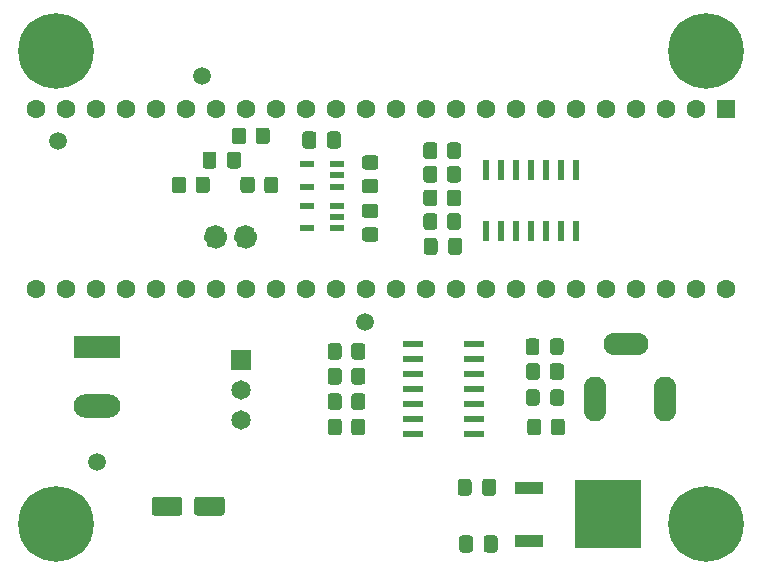
<source format=gbr>
%TF.GenerationSoftware,KiCad,Pcbnew,(5.1.8-0-10_14)*%
%TF.CreationDate,2021-03-11T12:17:02+11:00*%
%TF.ProjectId,Open-JIP(KiCad)_T3.6,4f70656e-2d4a-4495-9028-4b6943616429,rev?*%
%TF.SameCoordinates,Original*%
%TF.FileFunction,Soldermask,Top*%
%TF.FilePolarity,Negative*%
%FSLAX46Y46*%
G04 Gerber Fmt 4.6, Leading zero omitted, Abs format (unit mm)*
G04 Created by KiCad (PCBNEW (5.1.8-0-10_14)) date 2021-03-11 12:17:02*
%MOMM*%
%LPD*%
G01*
G04 APERTURE LIST*
%ADD10C,1.000000*%
%ADD11C,1.600000*%
%ADD12R,1.600000X1.600000*%
%ADD13C,6.400000*%
%ADD14C,0.800000*%
%ADD15R,1.210000X0.590000*%
%ADD16R,5.570000X5.860000*%
%ADD17R,2.400000X0.980000*%
%ADD18R,0.533400X1.701800*%
%ADD19R,1.701800X0.533400*%
%ADD20C,1.500000*%
%ADD21O,3.960000X1.980000*%
%ADD22R,3.960000X1.980000*%
%ADD23O,1.900000X3.800000*%
%ADD24O,3.800000X1.900000*%
%ADD25C,1.651000*%
%ADD26R,1.651000X1.651000*%
G04 APERTURE END LIST*
D10*
%TO.C,D2*%
X132550000Y-87700000D02*
G75*
G03*
X132550000Y-87700000I-500000J0D01*
G01*
X130010000Y-87700000D02*
G75*
G03*
X130010000Y-87700000I-500000J0D01*
G01*
%TD*%
D11*
%TO.C,U6*%
X172710000Y-92120000D03*
X170170000Y-92120000D03*
X167630000Y-92120000D03*
X165090000Y-92120000D03*
X162550000Y-92120000D03*
X160010000Y-92120000D03*
X157470000Y-92120000D03*
X154930000Y-92120000D03*
X152390000Y-92120000D03*
X149850000Y-92120000D03*
X147310000Y-92120000D03*
X144770000Y-92120000D03*
X142230000Y-92120000D03*
X139690000Y-92120000D03*
X137150000Y-92120000D03*
X134610000Y-92120000D03*
D12*
X172710000Y-76880000D03*
D11*
X170170000Y-76880000D03*
X167630000Y-76880000D03*
X165090000Y-76880000D03*
X162550000Y-76880000D03*
X160010000Y-76880000D03*
X157470000Y-76880000D03*
X154930000Y-76880000D03*
X152390000Y-76880000D03*
X149850000Y-76880000D03*
X147310000Y-76880000D03*
X144770000Y-76880000D03*
X142230000Y-76880000D03*
X132070000Y-92120000D03*
X129530000Y-92120000D03*
X126990000Y-92120000D03*
X124450000Y-92120000D03*
X121910000Y-92120000D03*
X119370000Y-92120000D03*
X116830000Y-92120000D03*
X114290000Y-92120000D03*
X114290000Y-76880000D03*
X116830000Y-76880000D03*
X119370000Y-76880000D03*
X121910000Y-76880000D03*
X139690000Y-76880000D03*
X137150000Y-76880000D03*
X134610000Y-76880000D03*
X124450000Y-76880000D03*
X126990000Y-76880000D03*
X129530000Y-76880000D03*
X132070000Y-76880000D03*
%TD*%
D13*
%TO.C,REF\u002A\u002A*%
X171000000Y-112000000D03*
D14*
X173400000Y-112000000D03*
X172697056Y-113697056D03*
X171000000Y-114400000D03*
X169302944Y-113697056D03*
X168600000Y-112000000D03*
X169302944Y-110302944D03*
X171000000Y-109600000D03*
X172697056Y-110302944D03*
%TD*%
D13*
%TO.C,REF\u002A\u002A*%
X116000000Y-112000000D03*
D14*
X118400000Y-112000000D03*
X117697056Y-113697056D03*
X116000000Y-114400000D03*
X114302944Y-113697056D03*
X113600000Y-112000000D03*
X114302944Y-110302944D03*
X116000000Y-109600000D03*
X117697056Y-110302944D03*
%TD*%
D13*
%TO.C,REF\u002A\u002A*%
X171000000Y-72000000D03*
D14*
X173400000Y-72000000D03*
X172697056Y-73697056D03*
X171000000Y-74400000D03*
X169302944Y-73697056D03*
X168600000Y-72000000D03*
X169302944Y-70302944D03*
X171000000Y-69600000D03*
X172697056Y-70302944D03*
%TD*%
D13*
%TO.C,REF\u002A\u002A*%
X116000000Y-72000000D03*
D14*
X118400000Y-72000000D03*
X117697056Y-73697056D03*
X116000000Y-74400000D03*
X114302944Y-73697056D03*
X113600000Y-72000000D03*
X114302944Y-70302944D03*
X116000000Y-69600000D03*
X117697056Y-70302944D03*
%TD*%
D15*
%TO.C,U5*%
X137245000Y-83450000D03*
X137245000Y-81550000D03*
X139755000Y-81550000D03*
X139755000Y-82500000D03*
X139755000Y-83450000D03*
%TD*%
%TO.C,U4*%
X137245000Y-86950000D03*
X137245000Y-85050000D03*
X139755000Y-85050000D03*
X139755000Y-86000000D03*
X139755000Y-86950000D03*
%TD*%
D16*
%TO.C,U1*%
X162700000Y-111200000D03*
D17*
X156030000Y-113480000D03*
X156030000Y-108920000D03*
%TD*%
D18*
%TO.C,U3*%
X160010000Y-87190800D03*
X158740000Y-87190800D03*
X157470000Y-87190800D03*
X156200000Y-87190800D03*
X154930000Y-87190800D03*
X153660000Y-87190800D03*
X152390000Y-87190800D03*
X152390000Y-82009200D03*
X153660000Y-82009200D03*
X154930000Y-82009200D03*
X156200000Y-82009200D03*
X157470000Y-82009200D03*
X158740000Y-82009200D03*
X160010000Y-82009200D03*
%TD*%
D19*
%TO.C,U2*%
X151390800Y-96790000D03*
X151390800Y-98060000D03*
X151390800Y-99330000D03*
X151390800Y-100600000D03*
X151390800Y-101870000D03*
X151390800Y-103140000D03*
X151390800Y-104410000D03*
X146209200Y-104410000D03*
X146209200Y-103140000D03*
X146209200Y-101870000D03*
X146209200Y-100600000D03*
X146209200Y-99330000D03*
X146209200Y-98060000D03*
X146209200Y-96790000D03*
%TD*%
D20*
%TO.C,Fout*%
X142200000Y-94900000D03*
%TD*%
%TO.C,Trig*%
X119450000Y-106750000D03*
%TD*%
%TO.C,TP16*%
X116200000Y-79600000D03*
%TD*%
%TO.C,0.001 V*%
X128375000Y-74100000D03*
%TD*%
%TO.C,R14*%
G36*
G01*
X143050001Y-82000000D02*
X142149999Y-82000000D01*
G75*
G02*
X141900000Y-81750001I0J249999D01*
G01*
X141900000Y-81049999D01*
G75*
G02*
X142149999Y-80800000I249999J0D01*
G01*
X143050001Y-80800000D01*
G75*
G02*
X143300000Y-81049999I0J-249999D01*
G01*
X143300000Y-81750001D01*
G75*
G02*
X143050001Y-82000000I-249999J0D01*
G01*
G37*
G36*
G01*
X143050001Y-84000000D02*
X142149999Y-84000000D01*
G75*
G02*
X141900000Y-83750001I0J249999D01*
G01*
X141900000Y-83049999D01*
G75*
G02*
X142149999Y-82800000I249999J0D01*
G01*
X143050001Y-82800000D01*
G75*
G02*
X143300000Y-83049999I0J-249999D01*
G01*
X143300000Y-83750001D01*
G75*
G02*
X143050001Y-84000000I-249999J0D01*
G01*
G37*
%TD*%
%TO.C,R12*%
G36*
G01*
X132900000Y-79600001D02*
X132900000Y-78699999D01*
G75*
G02*
X133149999Y-78450000I249999J0D01*
G01*
X133850001Y-78450000D01*
G75*
G02*
X134100000Y-78699999I0J-249999D01*
G01*
X134100000Y-79600001D01*
G75*
G02*
X133850001Y-79850000I-249999J0D01*
G01*
X133149999Y-79850000D01*
G75*
G02*
X132900000Y-79600001I0J249999D01*
G01*
G37*
G36*
G01*
X130900000Y-79600001D02*
X130900000Y-78699999D01*
G75*
G02*
X131149999Y-78450000I249999J0D01*
G01*
X131850001Y-78450000D01*
G75*
G02*
X132100000Y-78699999I0J-249999D01*
G01*
X132100000Y-79600001D01*
G75*
G02*
X131850001Y-79850000I-249999J0D01*
G01*
X131149999Y-79850000D01*
G75*
G02*
X130900000Y-79600001I0J249999D01*
G01*
G37*
%TD*%
%TO.C,R17*%
G36*
G01*
X157100000Y-103349999D02*
X157100000Y-104250001D01*
G75*
G02*
X156850001Y-104500000I-249999J0D01*
G01*
X156149999Y-104500000D01*
G75*
G02*
X155900000Y-104250001I0J249999D01*
G01*
X155900000Y-103349999D01*
G75*
G02*
X156149999Y-103100000I249999J0D01*
G01*
X156850001Y-103100000D01*
G75*
G02*
X157100000Y-103349999I0J-249999D01*
G01*
G37*
G36*
G01*
X159100000Y-103349999D02*
X159100000Y-104250001D01*
G75*
G02*
X158850001Y-104500000I-249999J0D01*
G01*
X158149999Y-104500000D01*
G75*
G02*
X157900000Y-104250001I0J249999D01*
G01*
X157900000Y-103349999D01*
G75*
G02*
X158149999Y-103100000I249999J0D01*
G01*
X158850001Y-103100000D01*
G75*
G02*
X159100000Y-103349999I0J-249999D01*
G01*
G37*
%TD*%
%TO.C,R16*%
G36*
G01*
X157000000Y-98649999D02*
X157000000Y-99550001D01*
G75*
G02*
X156750001Y-99800000I-249999J0D01*
G01*
X156049999Y-99800000D01*
G75*
G02*
X155800000Y-99550001I0J249999D01*
G01*
X155800000Y-98649999D01*
G75*
G02*
X156049999Y-98400000I249999J0D01*
G01*
X156750001Y-98400000D01*
G75*
G02*
X157000000Y-98649999I0J-249999D01*
G01*
G37*
G36*
G01*
X159000000Y-98649999D02*
X159000000Y-99550001D01*
G75*
G02*
X158750001Y-99800000I-249999J0D01*
G01*
X158049999Y-99800000D01*
G75*
G02*
X157800000Y-99550001I0J249999D01*
G01*
X157800000Y-98649999D01*
G75*
G02*
X158049999Y-98400000I249999J0D01*
G01*
X158750001Y-98400000D01*
G75*
G02*
X159000000Y-98649999I0J-249999D01*
G01*
G37*
%TD*%
%TO.C,R13*%
G36*
G01*
X141000000Y-97850001D02*
X141000000Y-96949999D01*
G75*
G02*
X141249999Y-96700000I249999J0D01*
G01*
X141950001Y-96700000D01*
G75*
G02*
X142200000Y-96949999I0J-249999D01*
G01*
X142200000Y-97850001D01*
G75*
G02*
X141950001Y-98100000I-249999J0D01*
G01*
X141249999Y-98100000D01*
G75*
G02*
X141000000Y-97850001I0J249999D01*
G01*
G37*
G36*
G01*
X139000000Y-97850001D02*
X139000000Y-96949999D01*
G75*
G02*
X139249999Y-96700000I249999J0D01*
G01*
X139950001Y-96700000D01*
G75*
G02*
X140200000Y-96949999I0J-249999D01*
G01*
X140200000Y-97850001D01*
G75*
G02*
X139950001Y-98100000I-249999J0D01*
G01*
X139249999Y-98100000D01*
G75*
G02*
X139000000Y-97850001I0J249999D01*
G01*
G37*
%TD*%
%TO.C,R11*%
G36*
G01*
X149100000Y-80850001D02*
X149100000Y-79949999D01*
G75*
G02*
X149349999Y-79700000I249999J0D01*
G01*
X150050001Y-79700000D01*
G75*
G02*
X150300000Y-79949999I0J-249999D01*
G01*
X150300000Y-80850001D01*
G75*
G02*
X150050001Y-81100000I-249999J0D01*
G01*
X149349999Y-81100000D01*
G75*
G02*
X149100000Y-80850001I0J249999D01*
G01*
G37*
G36*
G01*
X147100000Y-80850001D02*
X147100000Y-79949999D01*
G75*
G02*
X147349999Y-79700000I249999J0D01*
G01*
X148050001Y-79700000D01*
G75*
G02*
X148300000Y-79949999I0J-249999D01*
G01*
X148300000Y-80850001D01*
G75*
G02*
X148050001Y-81100000I-249999J0D01*
G01*
X147349999Y-81100000D01*
G75*
G02*
X147100000Y-80850001I0J249999D01*
G01*
G37*
%TD*%
%TO.C,R10*%
G36*
G01*
X141000000Y-99950001D02*
X141000000Y-99049999D01*
G75*
G02*
X141249999Y-98800000I249999J0D01*
G01*
X141950001Y-98800000D01*
G75*
G02*
X142200000Y-99049999I0J-249999D01*
G01*
X142200000Y-99950001D01*
G75*
G02*
X141950001Y-100200000I-249999J0D01*
G01*
X141249999Y-100200000D01*
G75*
G02*
X141000000Y-99950001I0J249999D01*
G01*
G37*
G36*
G01*
X139000000Y-99950001D02*
X139000000Y-99049999D01*
G75*
G02*
X139249999Y-98800000I249999J0D01*
G01*
X139950001Y-98800000D01*
G75*
G02*
X140200000Y-99049999I0J-249999D01*
G01*
X140200000Y-99950001D01*
G75*
G02*
X139950001Y-100200000I-249999J0D01*
G01*
X139249999Y-100200000D01*
G75*
G02*
X139000000Y-99950001I0J249999D01*
G01*
G37*
%TD*%
%TO.C,R9*%
G36*
G01*
X149100000Y-82850001D02*
X149100000Y-81949999D01*
G75*
G02*
X149349999Y-81700000I249999J0D01*
G01*
X150050001Y-81700000D01*
G75*
G02*
X150300000Y-81949999I0J-249999D01*
G01*
X150300000Y-82850001D01*
G75*
G02*
X150050001Y-83100000I-249999J0D01*
G01*
X149349999Y-83100000D01*
G75*
G02*
X149100000Y-82850001I0J249999D01*
G01*
G37*
G36*
G01*
X147100000Y-82850001D02*
X147100000Y-81949999D01*
G75*
G02*
X147349999Y-81700000I249999J0D01*
G01*
X148050001Y-81700000D01*
G75*
G02*
X148300000Y-81949999I0J-249999D01*
G01*
X148300000Y-82850001D01*
G75*
G02*
X148050001Y-83100000I-249999J0D01*
G01*
X147349999Y-83100000D01*
G75*
G02*
X147100000Y-82850001I0J249999D01*
G01*
G37*
%TD*%
%TO.C,R15*%
G36*
G01*
X143050001Y-86100000D02*
X142149999Y-86100000D01*
G75*
G02*
X141900000Y-85850001I0J249999D01*
G01*
X141900000Y-85149999D01*
G75*
G02*
X142149999Y-84900000I249999J0D01*
G01*
X143050001Y-84900000D01*
G75*
G02*
X143300000Y-85149999I0J-249999D01*
G01*
X143300000Y-85850001D01*
G75*
G02*
X143050001Y-86100000I-249999J0D01*
G01*
G37*
G36*
G01*
X143050001Y-88100000D02*
X142149999Y-88100000D01*
G75*
G02*
X141900000Y-87850001I0J249999D01*
G01*
X141900000Y-87149999D01*
G75*
G02*
X142149999Y-86900000I249999J0D01*
G01*
X143050001Y-86900000D01*
G75*
G02*
X143300000Y-87149999I0J-249999D01*
G01*
X143300000Y-87850001D01*
G75*
G02*
X143050001Y-88100000I-249999J0D01*
G01*
G37*
%TD*%
%TO.C,R8*%
G36*
G01*
X141000000Y-104250001D02*
X141000000Y-103349999D01*
G75*
G02*
X141249999Y-103100000I249999J0D01*
G01*
X141950001Y-103100000D01*
G75*
G02*
X142200000Y-103349999I0J-249999D01*
G01*
X142200000Y-104250001D01*
G75*
G02*
X141950001Y-104500000I-249999J0D01*
G01*
X141249999Y-104500000D01*
G75*
G02*
X141000000Y-104250001I0J249999D01*
G01*
G37*
G36*
G01*
X139000000Y-104250001D02*
X139000000Y-103349999D01*
G75*
G02*
X139249999Y-103100000I249999J0D01*
G01*
X139950001Y-103100000D01*
G75*
G02*
X140200000Y-103349999I0J-249999D01*
G01*
X140200000Y-104250001D01*
G75*
G02*
X139950001Y-104500000I-249999J0D01*
G01*
X139249999Y-104500000D01*
G75*
G02*
X139000000Y-104250001I0J249999D01*
G01*
G37*
%TD*%
%TO.C,R7*%
G36*
G01*
X149100000Y-84850001D02*
X149100000Y-83949999D01*
G75*
G02*
X149349999Y-83700000I249999J0D01*
G01*
X150050001Y-83700000D01*
G75*
G02*
X150300000Y-83949999I0J-249999D01*
G01*
X150300000Y-84850001D01*
G75*
G02*
X150050001Y-85100000I-249999J0D01*
G01*
X149349999Y-85100000D01*
G75*
G02*
X149100000Y-84850001I0J249999D01*
G01*
G37*
G36*
G01*
X147100000Y-84850001D02*
X147100000Y-83949999D01*
G75*
G02*
X147349999Y-83700000I249999J0D01*
G01*
X148050001Y-83700000D01*
G75*
G02*
X148300000Y-83949999I0J-249999D01*
G01*
X148300000Y-84850001D01*
G75*
G02*
X148050001Y-85100000I-249999J0D01*
G01*
X147349999Y-85100000D01*
G75*
G02*
X147100000Y-84850001I0J249999D01*
G01*
G37*
%TD*%
%TO.C,R6*%
G36*
G01*
X141000000Y-102100001D02*
X141000000Y-101199999D01*
G75*
G02*
X141249999Y-100950000I249999J0D01*
G01*
X141950001Y-100950000D01*
G75*
G02*
X142200000Y-101199999I0J-249999D01*
G01*
X142200000Y-102100001D01*
G75*
G02*
X141950001Y-102350000I-249999J0D01*
G01*
X141249999Y-102350000D01*
G75*
G02*
X141000000Y-102100001I0J249999D01*
G01*
G37*
G36*
G01*
X139000000Y-102100001D02*
X139000000Y-101199999D01*
G75*
G02*
X139249999Y-100950000I249999J0D01*
G01*
X139950001Y-100950000D01*
G75*
G02*
X140200000Y-101199999I0J-249999D01*
G01*
X140200000Y-102100001D01*
G75*
G02*
X139950001Y-102350000I-249999J0D01*
G01*
X139249999Y-102350000D01*
G75*
G02*
X139000000Y-102100001I0J249999D01*
G01*
G37*
%TD*%
%TO.C,R5*%
G36*
G01*
X149100000Y-86850001D02*
X149100000Y-85949999D01*
G75*
G02*
X149349999Y-85700000I249999J0D01*
G01*
X150050001Y-85700000D01*
G75*
G02*
X150300000Y-85949999I0J-249999D01*
G01*
X150300000Y-86850001D01*
G75*
G02*
X150050001Y-87100000I-249999J0D01*
G01*
X149349999Y-87100000D01*
G75*
G02*
X149100000Y-86850001I0J249999D01*
G01*
G37*
G36*
G01*
X147100000Y-86850001D02*
X147100000Y-85949999D01*
G75*
G02*
X147349999Y-85700000I249999J0D01*
G01*
X148050001Y-85700000D01*
G75*
G02*
X148300000Y-85949999I0J-249999D01*
G01*
X148300000Y-86850001D01*
G75*
G02*
X148050001Y-87100000I-249999J0D01*
G01*
X147349999Y-87100000D01*
G75*
G02*
X147100000Y-86850001I0J249999D01*
G01*
G37*
%TD*%
%TO.C,R3*%
G36*
G01*
X127825000Y-83750001D02*
X127825000Y-82849999D01*
G75*
G02*
X128074999Y-82600000I249999J0D01*
G01*
X128775001Y-82600000D01*
G75*
G02*
X129025000Y-82849999I0J-249999D01*
G01*
X129025000Y-83750001D01*
G75*
G02*
X128775001Y-84000000I-249999J0D01*
G01*
X128074999Y-84000000D01*
G75*
G02*
X127825000Y-83750001I0J249999D01*
G01*
G37*
G36*
G01*
X125825000Y-83750001D02*
X125825000Y-82849999D01*
G75*
G02*
X126074999Y-82600000I249999J0D01*
G01*
X126775001Y-82600000D01*
G75*
G02*
X127025000Y-82849999I0J-249999D01*
G01*
X127025000Y-83750001D01*
G75*
G02*
X126775001Y-84000000I-249999J0D01*
G01*
X126074999Y-84000000D01*
G75*
G02*
X125825000Y-83750001I0J249999D01*
G01*
G37*
%TD*%
%TO.C,R2*%
G36*
G01*
X133625000Y-83750001D02*
X133625000Y-82849999D01*
G75*
G02*
X133874999Y-82600000I249999J0D01*
G01*
X134575001Y-82600000D01*
G75*
G02*
X134825000Y-82849999I0J-249999D01*
G01*
X134825000Y-83750001D01*
G75*
G02*
X134575001Y-84000000I-249999J0D01*
G01*
X133874999Y-84000000D01*
G75*
G02*
X133625000Y-83750001I0J249999D01*
G01*
G37*
G36*
G01*
X131625000Y-83750001D02*
X131625000Y-82849999D01*
G75*
G02*
X131874999Y-82600000I249999J0D01*
G01*
X132575001Y-82600000D01*
G75*
G02*
X132825000Y-82849999I0J-249999D01*
G01*
X132825000Y-83750001D01*
G75*
G02*
X132575001Y-84000000I-249999J0D01*
G01*
X131874999Y-84000000D01*
G75*
G02*
X131625000Y-83750001I0J249999D01*
G01*
G37*
%TD*%
D21*
%TO.C,J3*%
X119500000Y-102000000D03*
D22*
X119500000Y-97000000D03*
%TD*%
D23*
%TO.C,J2*%
X161620000Y-101400000D03*
X167550000Y-101400000D03*
D24*
X164300000Y-96750000D03*
%TD*%
%TO.C,D4*%
G36*
G01*
X156950000Y-100849999D02*
X156950000Y-101750001D01*
G75*
G02*
X156700001Y-102000000I-249999J0D01*
G01*
X156049999Y-102000000D01*
G75*
G02*
X155800000Y-101750001I0J249999D01*
G01*
X155800000Y-100849999D01*
G75*
G02*
X156049999Y-100600000I249999J0D01*
G01*
X156700001Y-100600000D01*
G75*
G02*
X156950000Y-100849999I0J-249999D01*
G01*
G37*
G36*
G01*
X159000000Y-100849999D02*
X159000000Y-101750001D01*
G75*
G02*
X158750001Y-102000000I-249999J0D01*
G01*
X158099999Y-102000000D01*
G75*
G02*
X157850000Y-101750001I0J249999D01*
G01*
X157850000Y-100849999D01*
G75*
G02*
X158099999Y-100600000I249999J0D01*
G01*
X158750001Y-100600000D01*
G75*
G02*
X159000000Y-100849999I0J-249999D01*
G01*
G37*
%TD*%
%TO.C,D3*%
G36*
G01*
X156925000Y-96549999D02*
X156925000Y-97450001D01*
G75*
G02*
X156675001Y-97700000I-249999J0D01*
G01*
X156024999Y-97700000D01*
G75*
G02*
X155775000Y-97450001I0J249999D01*
G01*
X155775000Y-96549999D01*
G75*
G02*
X156024999Y-96300000I249999J0D01*
G01*
X156675001Y-96300000D01*
G75*
G02*
X156925000Y-96549999I0J-249999D01*
G01*
G37*
G36*
G01*
X158975000Y-96549999D02*
X158975000Y-97450001D01*
G75*
G02*
X158725001Y-97700000I-249999J0D01*
G01*
X158074999Y-97700000D01*
G75*
G02*
X157825000Y-97450001I0J249999D01*
G01*
X157825000Y-96549999D01*
G75*
G02*
X158074999Y-96300000I249999J0D01*
G01*
X158725001Y-96300000D01*
G75*
G02*
X158975000Y-96549999I0J-249999D01*
G01*
G37*
%TD*%
D25*
%TO.C,CR1*%
X131700000Y-103180000D03*
X131700000Y-100640000D03*
D26*
X131700000Y-98100000D03*
%TD*%
%TO.C,C6*%
G36*
G01*
X138050000Y-79025000D02*
X138050000Y-79975000D01*
G75*
G02*
X137800000Y-80225000I-250000J0D01*
G01*
X137125000Y-80225000D01*
G75*
G02*
X136875000Y-79975000I0J250000D01*
G01*
X136875000Y-79025000D01*
G75*
G02*
X137125000Y-78775000I250000J0D01*
G01*
X137800000Y-78775000D01*
G75*
G02*
X138050000Y-79025000I0J-250000D01*
G01*
G37*
G36*
G01*
X140125000Y-79025000D02*
X140125000Y-79975000D01*
G75*
G02*
X139875000Y-80225000I-250000J0D01*
G01*
X139200000Y-80225000D01*
G75*
G02*
X138950000Y-79975000I0J250000D01*
G01*
X138950000Y-79025000D01*
G75*
G02*
X139200000Y-78775000I250000J0D01*
G01*
X139875000Y-78775000D01*
G75*
G02*
X140125000Y-79025000I0J-250000D01*
G01*
G37*
%TD*%
%TO.C,C5*%
G36*
G01*
X127700000Y-111050000D02*
X127700000Y-109950000D01*
G75*
G02*
X127950000Y-109700000I250000J0D01*
G01*
X130050000Y-109700000D01*
G75*
G02*
X130300000Y-109950000I0J-250000D01*
G01*
X130300000Y-111050000D01*
G75*
G02*
X130050000Y-111300000I-250000J0D01*
G01*
X127950000Y-111300000D01*
G75*
G02*
X127700000Y-111050000I0J250000D01*
G01*
G37*
G36*
G01*
X124100000Y-111050000D02*
X124100000Y-109950000D01*
G75*
G02*
X124350000Y-109700000I250000J0D01*
G01*
X126450000Y-109700000D01*
G75*
G02*
X126700000Y-109950000I0J-250000D01*
G01*
X126700000Y-111050000D01*
G75*
G02*
X126450000Y-111300000I-250000J0D01*
G01*
X124350000Y-111300000D01*
G75*
G02*
X124100000Y-111050000I0J250000D01*
G01*
G37*
%TD*%
%TO.C,C4*%
G36*
G01*
X152212500Y-114175000D02*
X152212500Y-113225000D01*
G75*
G02*
X152462500Y-112975000I250000J0D01*
G01*
X153137500Y-112975000D01*
G75*
G02*
X153387500Y-113225000I0J-250000D01*
G01*
X153387500Y-114175000D01*
G75*
G02*
X153137500Y-114425000I-250000J0D01*
G01*
X152462500Y-114425000D01*
G75*
G02*
X152212500Y-114175000I0J250000D01*
G01*
G37*
G36*
G01*
X150137500Y-114175000D02*
X150137500Y-113225000D01*
G75*
G02*
X150387500Y-112975000I250000J0D01*
G01*
X151062500Y-112975000D01*
G75*
G02*
X151312500Y-113225000I0J-250000D01*
G01*
X151312500Y-114175000D01*
G75*
G02*
X151062500Y-114425000I-250000J0D01*
G01*
X150387500Y-114425000D01*
G75*
G02*
X150137500Y-114175000I0J250000D01*
G01*
G37*
%TD*%
%TO.C,C3*%
G36*
G01*
X149212500Y-88975000D02*
X149212500Y-88025000D01*
G75*
G02*
X149462500Y-87775000I250000J0D01*
G01*
X150137500Y-87775000D01*
G75*
G02*
X150387500Y-88025000I0J-250000D01*
G01*
X150387500Y-88975000D01*
G75*
G02*
X150137500Y-89225000I-250000J0D01*
G01*
X149462500Y-89225000D01*
G75*
G02*
X149212500Y-88975000I0J250000D01*
G01*
G37*
G36*
G01*
X147137500Y-88975000D02*
X147137500Y-88025000D01*
G75*
G02*
X147387500Y-87775000I250000J0D01*
G01*
X148062500Y-87775000D01*
G75*
G02*
X148312500Y-88025000I0J-250000D01*
G01*
X148312500Y-88975000D01*
G75*
G02*
X148062500Y-89225000I-250000J0D01*
G01*
X147387500Y-89225000D01*
G75*
G02*
X147137500Y-88975000I0J250000D01*
G01*
G37*
%TD*%
%TO.C,C2*%
G36*
G01*
X152087500Y-109375000D02*
X152087500Y-108425000D01*
G75*
G02*
X152337500Y-108175000I250000J0D01*
G01*
X153012500Y-108175000D01*
G75*
G02*
X153262500Y-108425000I0J-250000D01*
G01*
X153262500Y-109375000D01*
G75*
G02*
X153012500Y-109625000I-250000J0D01*
G01*
X152337500Y-109625000D01*
G75*
G02*
X152087500Y-109375000I0J250000D01*
G01*
G37*
G36*
G01*
X150012500Y-109375000D02*
X150012500Y-108425000D01*
G75*
G02*
X150262500Y-108175000I250000J0D01*
G01*
X150937500Y-108175000D01*
G75*
G02*
X151187500Y-108425000I0J-250000D01*
G01*
X151187500Y-109375000D01*
G75*
G02*
X150937500Y-109625000I-250000J0D01*
G01*
X150262500Y-109625000D01*
G75*
G02*
X150012500Y-109375000I0J250000D01*
G01*
G37*
%TD*%
%TO.C,C1*%
G36*
G01*
X129587500Y-80725000D02*
X129587500Y-81675000D01*
G75*
G02*
X129337500Y-81925000I-250000J0D01*
G01*
X128662500Y-81925000D01*
G75*
G02*
X128412500Y-81675000I0J250000D01*
G01*
X128412500Y-80725000D01*
G75*
G02*
X128662500Y-80475000I250000J0D01*
G01*
X129337500Y-80475000D01*
G75*
G02*
X129587500Y-80725000I0J-250000D01*
G01*
G37*
G36*
G01*
X131662500Y-80725000D02*
X131662500Y-81675000D01*
G75*
G02*
X131412500Y-81925000I-250000J0D01*
G01*
X130737500Y-81925000D01*
G75*
G02*
X130487500Y-81675000I0J250000D01*
G01*
X130487500Y-80725000D01*
G75*
G02*
X130737500Y-80475000I250000J0D01*
G01*
X131412500Y-80475000D01*
G75*
G02*
X131662500Y-80725000I0J-250000D01*
G01*
G37*
%TD*%
M02*

</source>
